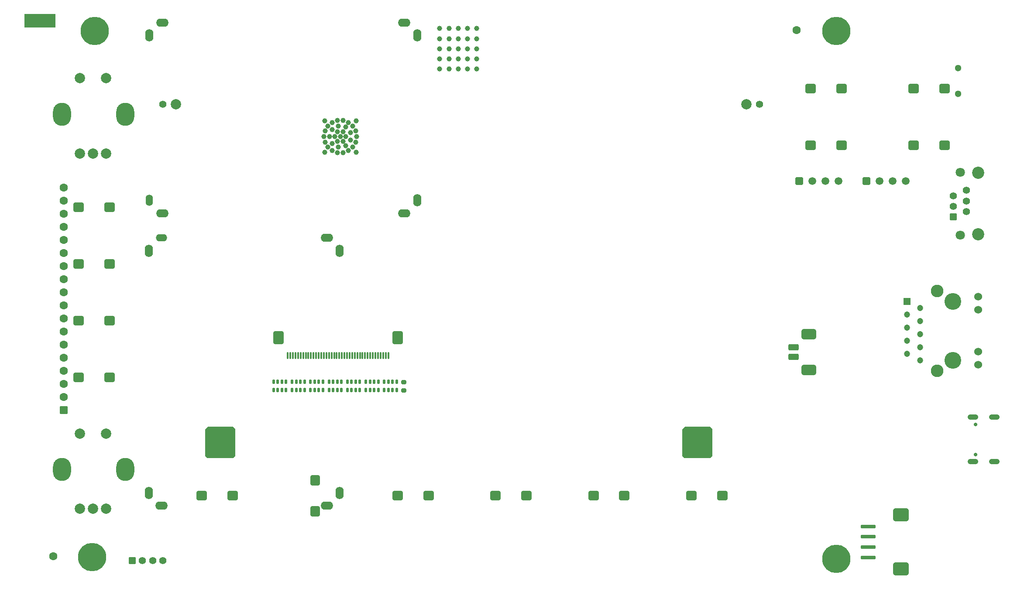
<source format=gts>
G04*
G04 #@! TF.GenerationSoftware,Altium Limited,Altium Designer,24.4.1 (13)*
G04*
G04 Layer_Color=8388736*
%FSLAX25Y25*%
%MOIN*%
G70*
G04*
G04 #@! TF.SameCoordinates,9BA34CE2-F453-49C1-9203-2D8BC28E9390*
G04*
G04*
G04 #@! TF.FilePolarity,Negative*
G04*
G01*
G75*
G04:AMPARAMS|DCode=15|XSize=110.24mil|YSize=78.74mil|CornerRadius=13.78mil|HoleSize=0mil|Usage=FLASHONLY|Rotation=180.000|XOffset=0mil|YOffset=0mil|HoleType=Round|Shape=RoundedRectangle|*
%AMROUNDEDRECTD15*
21,1,0.11024,0.05118,0,0,180.0*
21,1,0.08268,0.07874,0,0,180.0*
1,1,0.02756,-0.04134,0.02559*
1,1,0.02756,0.04134,0.02559*
1,1,0.02756,0.04134,-0.02559*
1,1,0.02756,-0.04134,-0.02559*
%
%ADD15ROUNDEDRECTD15*%
G04:AMPARAMS|DCode=16|XSize=78.74mil|YSize=47.24mil|CornerRadius=8.27mil|HoleSize=0mil|Usage=FLASHONLY|Rotation=180.000|XOffset=0mil|YOffset=0mil|HoleType=Round|Shape=RoundedRectangle|*
%AMROUNDEDRECTD16*
21,1,0.07874,0.03071,0,0,180.0*
21,1,0.06221,0.04724,0,0,180.0*
1,1,0.01654,-0.03110,0.01535*
1,1,0.01654,0.03110,0.01535*
1,1,0.01654,0.03110,-0.01535*
1,1,0.01654,-0.03110,-0.01535*
%
%ADD16ROUNDEDRECTD16*%
G04:AMPARAMS|DCode=17|XSize=35.43mil|YSize=16.73mil|CornerRadius=2.93mil|HoleSize=0mil|Usage=FLASHONLY|Rotation=90.000|XOffset=0mil|YOffset=0mil|HoleType=Round|Shape=RoundedRectangle|*
%AMROUNDEDRECTD17*
21,1,0.03543,0.01088,0,0,90.0*
21,1,0.02958,0.01673,0,0,90.0*
1,1,0.00586,0.00544,0.01479*
1,1,0.00586,0.00544,-0.01479*
1,1,0.00586,-0.00544,-0.01479*
1,1,0.00586,-0.00544,0.01479*
%
%ADD17ROUNDEDRECTD17*%
G04:AMPARAMS|DCode=18|XSize=27.56mil|YSize=110.24mil|CornerRadius=4.13mil|HoleSize=0mil|Usage=FLASHONLY|Rotation=90.000|XOffset=0mil|YOffset=0mil|HoleType=Round|Shape=RoundedRectangle|*
%AMROUNDEDRECTD18*
21,1,0.02756,0.10197,0,0,90.0*
21,1,0.01929,0.11024,0,0,90.0*
1,1,0.00827,0.05098,0.00965*
1,1,0.00827,0.05098,-0.00965*
1,1,0.00827,-0.05098,-0.00965*
1,1,0.00827,-0.05098,0.00965*
%
%ADD18ROUNDEDRECTD18*%
G04:AMPARAMS|DCode=19|XSize=98.43mil|YSize=118.11mil|CornerRadius=14.76mil|HoleSize=0mil|Usage=FLASHONLY|Rotation=270.000|XOffset=0mil|YOffset=0mil|HoleType=Round|Shape=RoundedRectangle|*
%AMROUNDEDRECTD19*
21,1,0.09843,0.08858,0,0,270.0*
21,1,0.06890,0.11811,0,0,270.0*
1,1,0.02953,-0.04429,-0.03445*
1,1,0.02953,-0.04429,0.03445*
1,1,0.02953,0.04429,0.03445*
1,1,0.02953,0.04429,-0.03445*
%
%ADD19ROUNDEDRECTD19*%
G04:AMPARAMS|DCode=20|XSize=78.74mil|YSize=98.43mil|CornerRadius=11.81mil|HoleSize=0mil|Usage=FLASHONLY|Rotation=180.000|XOffset=0mil|YOffset=0mil|HoleType=Round|Shape=RoundedRectangle|*
%AMROUNDEDRECTD20*
21,1,0.07874,0.07480,0,0,180.0*
21,1,0.05512,0.09843,0,0,180.0*
1,1,0.02362,-0.02756,0.03740*
1,1,0.02362,0.02756,0.03740*
1,1,0.02362,0.02756,-0.03740*
1,1,0.02362,-0.02756,-0.03740*
%
%ADD20ROUNDEDRECTD20*%
G04:AMPARAMS|DCode=21|XSize=11.81mil|YSize=51.18mil|CornerRadius=1.77mil|HoleSize=0mil|Usage=FLASHONLY|Rotation=0.000|XOffset=0mil|YOffset=0mil|HoleType=Round|Shape=RoundedRectangle|*
%AMROUNDEDRECTD21*
21,1,0.01181,0.04764,0,0,0.0*
21,1,0.00827,0.05118,0,0,0.0*
1,1,0.00354,0.00413,-0.02382*
1,1,0.00354,-0.00413,-0.02382*
1,1,0.00354,-0.00413,0.02382*
1,1,0.00354,0.00413,0.02382*
%
%ADD21ROUNDEDRECTD21*%
G04:AMPARAMS|DCode=22|XSize=78.74mil|YSize=70.87mil|CornerRadius=10.63mil|HoleSize=0mil|Usage=FLASHONLY|Rotation=0.000|XOffset=0mil|YOffset=0mil|HoleType=Round|Shape=RoundedRectangle|*
%AMROUNDEDRECTD22*
21,1,0.07874,0.04961,0,0,0.0*
21,1,0.05748,0.07087,0,0,0.0*
1,1,0.02126,0.02874,-0.02480*
1,1,0.02126,-0.02874,-0.02480*
1,1,0.02126,-0.02874,0.02480*
1,1,0.02126,0.02874,0.02480*
%
%ADD22ROUNDEDRECTD22*%
G04:AMPARAMS|DCode=23|XSize=78.74mil|YSize=70.87mil|CornerRadius=10.63mil|HoleSize=0mil|Usage=FLASHONLY|Rotation=270.000|XOffset=0mil|YOffset=0mil|HoleType=Round|Shape=RoundedRectangle|*
%AMROUNDEDRECTD23*
21,1,0.07874,0.04961,0,0,270.0*
21,1,0.05748,0.07087,0,0,270.0*
1,1,0.02126,-0.02480,-0.02874*
1,1,0.02126,-0.02480,0.02874*
1,1,0.02126,0.02480,0.02874*
1,1,0.02126,0.02480,-0.02874*
%
%ADD23ROUNDEDRECTD23*%
G04:AMPARAMS|DCode=24|XSize=31.5mil|YSize=37.4mil|CornerRadius=5.2mil|HoleSize=0mil|Usage=FLASHONLY|Rotation=90.000|XOffset=0mil|YOffset=0mil|HoleType=Round|Shape=RoundedRectangle|*
%AMROUNDEDRECTD24*
21,1,0.03150,0.02701,0,0,90.0*
21,1,0.02110,0.03740,0,0,90.0*
1,1,0.01039,0.01350,0.01055*
1,1,0.01039,0.01350,-0.01055*
1,1,0.01039,-0.01350,-0.01055*
1,1,0.01039,-0.01350,0.01055*
%
%ADD24ROUNDEDRECTD24*%
%ADD25O,0.06299X0.09449*%
%ADD26O,0.09449X0.06299*%
%ADD27O,0.08661X0.05512*%
%ADD28O,0.05512X0.08661*%
%ADD29C,0.07087*%
G04:AMPARAMS|DCode=30|XSize=55.43mil|YSize=55.43mil|CornerRadius=9.7mil|HoleSize=0mil|Usage=FLASHONLY|Rotation=270.000|XOffset=0mil|YOffset=0mil|HoleType=Round|Shape=RoundedRectangle|*
%AMROUNDEDRECTD30*
21,1,0.05543,0.03603,0,0,270.0*
21,1,0.03603,0.05543,0,0,270.0*
1,1,0.01940,-0.01802,-0.01802*
1,1,0.01940,-0.01802,0.01802*
1,1,0.01940,0.01802,0.01802*
1,1,0.01940,0.01802,-0.01802*
%
%ADD30ROUNDEDRECTD30*%
%ADD31C,0.05543*%
%ADD32C,0.09291*%
%ADD33C,0.05118*%
%ADD34C,0.05906*%
G04:AMPARAMS|DCode=35|XSize=59.06mil|YSize=59.06mil|CornerRadius=10.34mil|HoleSize=0mil|Usage=FLASHONLY|Rotation=180.000|XOffset=0mil|YOffset=0mil|HoleType=Round|Shape=RoundedRectangle|*
%AMROUNDEDRECTD35*
21,1,0.05906,0.03839,0,0,180.0*
21,1,0.03839,0.05906,0,0,180.0*
1,1,0.02067,-0.01919,0.01919*
1,1,0.02067,0.01919,0.01919*
1,1,0.02067,0.01919,-0.01919*
1,1,0.02067,-0.01919,-0.01919*
%
%ADD35ROUNDEDRECTD35*%
G04:AMPARAMS|DCode=36|XSize=55.12mil|YSize=55.12mil|CornerRadius=9.65mil|HoleSize=0mil|Usage=FLASHONLY|Rotation=180.000|XOffset=0mil|YOffset=0mil|HoleType=Round|Shape=RoundedRectangle|*
%AMROUNDEDRECTD36*
21,1,0.05512,0.03583,0,0,180.0*
21,1,0.03583,0.05512,0,0,180.0*
1,1,0.01929,-0.01791,0.01791*
1,1,0.01929,0.01791,0.01791*
1,1,0.01929,0.01791,-0.01791*
1,1,0.01929,-0.01791,-0.01791*
%
%ADD36ROUNDEDRECTD36*%
%ADD37C,0.05512*%
%ADD38C,0.21654*%
%ADD39O,0.13780X0.17717*%
%ADD40C,0.07874*%
%ADD41C,0.06299*%
G04:AMPARAMS|DCode=42|XSize=62.99mil|YSize=62.99mil|CornerRadius=11.02mil|HoleSize=0mil|Usage=FLASHONLY|Rotation=270.000|XOffset=0mil|YOffset=0mil|HoleType=Round|Shape=RoundedRectangle|*
%AMROUNDEDRECTD42*
21,1,0.06299,0.04095,0,0,270.0*
21,1,0.04095,0.06299,0,0,270.0*
1,1,0.02205,-0.02047,-0.02047*
1,1,0.02205,-0.02047,0.02047*
1,1,0.02205,0.02047,0.02047*
1,1,0.02205,0.02047,-0.02047*
%
%ADD42ROUNDEDRECTD42*%
%ADD43C,0.12795*%
%ADD44C,0.09626*%
%ADD45C,0.04724*%
%ADD46C,0.06024*%
%ADD47R,0.05504X0.05504*%
%ADD48O,0.08268X0.04134*%
%ADD49C,0.02756*%
%ADD50C,0.03950*%
G36*
X25787Y431140D02*
X13884D01*
X2034D01*
Y420669D01*
X25787D01*
Y431140D01*
D02*
G37*
G36*
X142016Y115787D02*
X140059Y113830D01*
Y93306D01*
X141616Y91749D01*
X161507D01*
X162992Y93235D01*
X162992Y114075D01*
X161279Y115787D01*
X142016Y115787D01*
D02*
G37*
G36*
X506386Y115787D02*
X504429Y113830D01*
Y93306D01*
X505986Y91749D01*
X525877D01*
X527362Y93235D01*
X527362Y114075D01*
X525650Y115787D01*
X506386Y115787D01*
D02*
G37*
D15*
X600984Y159055D02*
D03*
Y186614D02*
D03*
D16*
X589567Y169193D02*
D03*
Y176476D02*
D03*
D17*
X255020Y150000D02*
D03*
X251870D02*
D03*
X248721D02*
D03*
X258169D02*
D03*
X248721Y143701D02*
D03*
X251870D02*
D03*
X255020D02*
D03*
X258169D02*
D03*
X201870D02*
D03*
X198721D02*
D03*
X195571D02*
D03*
X192421D02*
D03*
X201870Y150000D02*
D03*
X192421D02*
D03*
X195571D02*
D03*
X198721D02*
D03*
X215945Y143701D02*
D03*
X212795D02*
D03*
X209646D02*
D03*
X206496D02*
D03*
X215945Y150000D02*
D03*
X206496D02*
D03*
X209646D02*
D03*
X212795D02*
D03*
X230020Y143701D02*
D03*
X226870D02*
D03*
X223721D02*
D03*
X220571D02*
D03*
X230020Y150000D02*
D03*
X220571D02*
D03*
X223721D02*
D03*
X226870D02*
D03*
X244094Y143701D02*
D03*
X240945D02*
D03*
X237795D02*
D03*
X234646D02*
D03*
X244094Y150000D02*
D03*
X234646D02*
D03*
X237795D02*
D03*
X240945D02*
D03*
X272244Y143701D02*
D03*
X269094D02*
D03*
X265945D02*
D03*
X262795D02*
D03*
X272244Y150000D02*
D03*
X262795D02*
D03*
X265945D02*
D03*
X269094D02*
D03*
X286319Y143701D02*
D03*
X283169D02*
D03*
X280020D02*
D03*
X276870D02*
D03*
X286319Y150000D02*
D03*
X276870D02*
D03*
X280020D02*
D03*
X283169D02*
D03*
D18*
X646260Y15945D02*
D03*
Y31693D02*
D03*
Y23819D02*
D03*
Y39567D02*
D03*
D19*
X671401Y48425D02*
D03*
X671359Y7087D02*
D03*
D20*
X196079Y183858D02*
D03*
X287008D02*
D03*
D21*
X266142Y170079D02*
D03*
X264173D02*
D03*
X262205D02*
D03*
X260236D02*
D03*
X258268D02*
D03*
X256299D02*
D03*
X254331D02*
D03*
X252362D02*
D03*
X250394D02*
D03*
X248425D02*
D03*
X246457D02*
D03*
X244488D02*
D03*
X242520D02*
D03*
X240551D02*
D03*
X238583D02*
D03*
X236614D02*
D03*
X234646D02*
D03*
X230709D02*
D03*
X228740D02*
D03*
X226772D02*
D03*
X224803D02*
D03*
X222835D02*
D03*
X220866D02*
D03*
X218898D02*
D03*
X216929D02*
D03*
X209055D02*
D03*
X207087D02*
D03*
X205118D02*
D03*
X203150D02*
D03*
X212992D02*
D03*
X214961D02*
D03*
X277953D02*
D03*
X211024D02*
D03*
X232677D02*
D03*
X268110D02*
D03*
X270079D02*
D03*
X274016D02*
D03*
X279921D02*
D03*
X272047D02*
D03*
X275984D02*
D03*
D22*
X66929Y283465D02*
D03*
X43307D02*
D03*
X137402Y62992D02*
D03*
X161024D02*
D03*
X287008D02*
D03*
X310630D02*
D03*
X361811D02*
D03*
X385433D02*
D03*
X436614D02*
D03*
X460236D02*
D03*
X511417D02*
D03*
X535039D02*
D03*
X602362Y374016D02*
D03*
X625984D02*
D03*
X681102D02*
D03*
X704724D02*
D03*
X602362Y330709D02*
D03*
X625984D02*
D03*
X681102D02*
D03*
X704724D02*
D03*
X66929Y153543D02*
D03*
X43307D02*
D03*
X66929Y240158D02*
D03*
X43307D02*
D03*
Y196850D02*
D03*
X66929D02*
D03*
D23*
X224016Y51181D02*
D03*
Y74803D02*
D03*
D24*
X291831Y143563D02*
D03*
Y149941D02*
D03*
D25*
X242717Y65305D02*
D03*
Y250147D02*
D03*
X97048D02*
D03*
Y65305D02*
D03*
X302067Y414961D02*
D03*
X302091Y288681D02*
D03*
X97539Y414961D02*
D03*
D26*
X233170Y55462D02*
D03*
X106890Y55438D02*
D03*
X233170Y259990D02*
D03*
X292224Y424508D02*
D03*
X107382D02*
D03*
Y278839D02*
D03*
X292224D02*
D03*
D27*
X106890Y259990D02*
D03*
D28*
X97539Y288681D02*
D03*
D29*
X716634Y310295D02*
D03*
Y262264D02*
D03*
D30*
X711358Y276240D02*
D03*
D31*
X721358Y280256D02*
D03*
X711358Y292303D02*
D03*
X721358Y296319D02*
D03*
X711358Y284272D02*
D03*
X721358Y288287D02*
D03*
D32*
X730413Y309902D02*
D03*
Y262657D02*
D03*
D33*
X714961Y389764D02*
D03*
Y370079D02*
D03*
D34*
X675216Y303543D02*
D03*
X655217D02*
D03*
X665216D02*
D03*
X613583D02*
D03*
X603583D02*
D03*
X623583D02*
D03*
D35*
X645217D02*
D03*
X593583D02*
D03*
D36*
X84252Y13583D02*
D03*
D37*
X92126D02*
D03*
X100000D02*
D03*
X107874D02*
D03*
X563386Y362106D02*
D03*
X107874D02*
D03*
D38*
X622047Y418307D02*
D03*
X53740Y16240D02*
D03*
X55709Y418012D02*
D03*
X622047Y14764D02*
D03*
D39*
X30906Y354596D02*
D03*
X78937D02*
D03*
Y83140D02*
D03*
X30906D02*
D03*
D40*
X44528Y382097D02*
D03*
X64528D02*
D03*
X44528Y324597D02*
D03*
X54528D02*
D03*
X64528D02*
D03*
X117717Y362106D02*
D03*
X553543D02*
D03*
X64528Y53140D02*
D03*
X54528D02*
D03*
X44528D02*
D03*
X64528Y110640D02*
D03*
X44528D02*
D03*
D41*
X32087Y148524D02*
D03*
Y138524D02*
D03*
Y158524D02*
D03*
Y168524D02*
D03*
Y178524D02*
D03*
Y198524D02*
D03*
Y208524D02*
D03*
Y188524D02*
D03*
Y218524D02*
D03*
Y238524D02*
D03*
Y228524D02*
D03*
Y248524D02*
D03*
Y258524D02*
D03*
Y268524D02*
D03*
Y288524D02*
D03*
Y298524D02*
D03*
Y278524D02*
D03*
X24213Y16732D02*
D03*
X591831Y418701D02*
D03*
D42*
X32087Y128524D02*
D03*
D43*
X711024Y211575D02*
D03*
Y166575D02*
D03*
D44*
X699016Y219567D02*
D03*
Y158583D02*
D03*
D45*
X686024Y186555D02*
D03*
Y196555D02*
D03*
Y206555D02*
D03*
X676024Y181595D02*
D03*
Y191595D02*
D03*
Y201594D02*
D03*
X686024Y176555D02*
D03*
X676024Y171595D02*
D03*
X686024Y166555D02*
D03*
D46*
X730315Y205157D02*
D03*
Y172992D02*
D03*
Y215158D02*
D03*
Y162992D02*
D03*
D47*
X676024Y211595D02*
D03*
D48*
X726358Y123012D02*
D03*
Y88996D02*
D03*
X742815Y123012D02*
D03*
Y88996D02*
D03*
D49*
X728445Y117382D02*
D03*
Y94626D02*
D03*
D50*
X333366Y389173D02*
D03*
X326299D02*
D03*
X319232D02*
D03*
X340433D02*
D03*
X347500D02*
D03*
X333366Y396850D02*
D03*
X326299D02*
D03*
X319232D02*
D03*
X340433D02*
D03*
X347500D02*
D03*
X333366Y419980D02*
D03*
X326299D02*
D03*
X319232D02*
D03*
X340433D02*
D03*
X347500D02*
D03*
X333366Y412205D02*
D03*
X326299D02*
D03*
X319232D02*
D03*
X340433D02*
D03*
X347500D02*
D03*
X347480Y404429D02*
D03*
X340413D02*
D03*
X319213D02*
D03*
X326279D02*
D03*
X333347D02*
D03*
X231299Y349508D02*
D03*
X255315Y349508D02*
D03*
X255315Y325492D02*
D03*
X231299Y325492D02*
D03*
X231653Y341742D02*
D03*
X233807Y345472D02*
D03*
X236974Y342814D02*
D03*
X237106Y348240D02*
D03*
X241240Y341080D02*
D03*
X241154Y349713D02*
D03*
X241871Y345642D02*
D03*
X245461Y349713D02*
D03*
X249508Y348240D02*
D03*
X247441Y344660D02*
D03*
X245374Y341080D02*
D03*
X252807Y345472D02*
D03*
X254961Y341742D02*
D03*
X251076Y340328D02*
D03*
X255709Y337500D02*
D03*
X247441D02*
D03*
X254961Y333258D02*
D03*
X251076Y334672D02*
D03*
X252807Y329528D02*
D03*
X249508Y326760D02*
D03*
X247441Y330340D02*
D03*
X245374Y333920D02*
D03*
X245461Y325287D02*
D03*
X241154D02*
D03*
X241871Y329358D02*
D03*
X237106Y326760D02*
D03*
X241240Y333920D02*
D03*
X233807Y329528D02*
D03*
X236974Y332186D02*
D03*
X231653Y333258D02*
D03*
X239173Y337500D02*
D03*
X235039D02*
D03*
X230906D02*
D03*
X243307D02*
D03*
M02*

</source>
